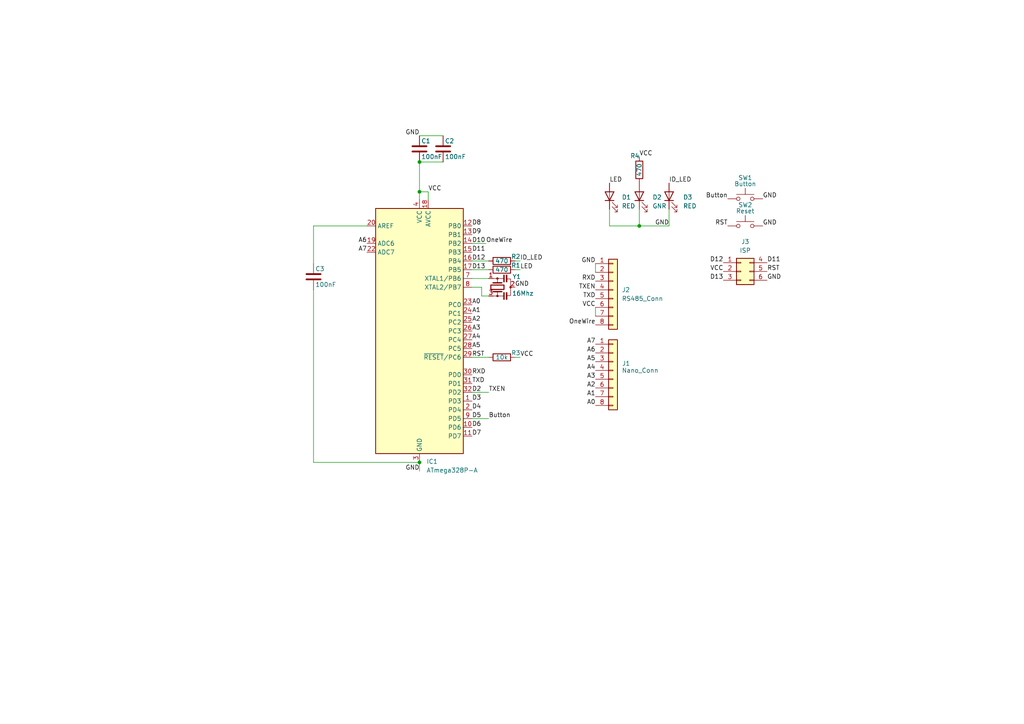
<source format=kicad_sch>
(kicad_sch (version 20211123) (generator eeschema)

  (uuid 8aefb91e-ae9b-404f-b64d-2383118e81e8)

  (paper "A4")

  (lib_symbols
    (symbol "Connector_Generic:Conn_01x08" (pin_names (offset 1.016) hide) (in_bom yes) (on_board yes)
      (property "Reference" "J" (id 0) (at 0 10.16 0)
        (effects (font (size 1.27 1.27)))
      )
      (property "Value" "Conn_01x08" (id 1) (at 0 -12.7 0)
        (effects (font (size 1.27 1.27)))
      )
      (property "Footprint" "" (id 2) (at 0 0 0)
        (effects (font (size 1.27 1.27)) hide)
      )
      (property "Datasheet" "~" (id 3) (at 0 0 0)
        (effects (font (size 1.27 1.27)) hide)
      )
      (property "ki_keywords" "connector" (id 4) (at 0 0 0)
        (effects (font (size 1.27 1.27)) hide)
      )
      (property "ki_description" "Generic connector, single row, 01x08, script generated (kicad-library-utils/schlib/autogen/connector/)" (id 5) (at 0 0 0)
        (effects (font (size 1.27 1.27)) hide)
      )
      (property "ki_fp_filters" "Connector*:*_1x??_*" (id 6) (at 0 0 0)
        (effects (font (size 1.27 1.27)) hide)
      )
      (symbol "Conn_01x08_1_1"
        (rectangle (start -1.27 -10.033) (end 0 -10.287)
          (stroke (width 0.1524) (type default) (color 0 0 0 0))
          (fill (type none))
        )
        (rectangle (start -1.27 -7.493) (end 0 -7.747)
          (stroke (width 0.1524) (type default) (color 0 0 0 0))
          (fill (type none))
        )
        (rectangle (start -1.27 -4.953) (end 0 -5.207)
          (stroke (width 0.1524) (type default) (color 0 0 0 0))
          (fill (type none))
        )
        (rectangle (start -1.27 -2.413) (end 0 -2.667)
          (stroke (width 0.1524) (type default) (color 0 0 0 0))
          (fill (type none))
        )
        (rectangle (start -1.27 0.127) (end 0 -0.127)
          (stroke (width 0.1524) (type default) (color 0 0 0 0))
          (fill (type none))
        )
        (rectangle (start -1.27 2.667) (end 0 2.413)
          (stroke (width 0.1524) (type default) (color 0 0 0 0))
          (fill (type none))
        )
        (rectangle (start -1.27 5.207) (end 0 4.953)
          (stroke (width 0.1524) (type default) (color 0 0 0 0))
          (fill (type none))
        )
        (rectangle (start -1.27 7.747) (end 0 7.493)
          (stroke (width 0.1524) (type default) (color 0 0 0 0))
          (fill (type none))
        )
        (rectangle (start -1.27 8.89) (end 1.27 -11.43)
          (stroke (width 0.254) (type default) (color 0 0 0 0))
          (fill (type background))
        )
        (pin passive line (at -5.08 7.62 0) (length 3.81)
          (name "Pin_1" (effects (font (size 1.27 1.27))))
          (number "1" (effects (font (size 1.27 1.27))))
        )
        (pin passive line (at -5.08 5.08 0) (length 3.81)
          (name "Pin_2" (effects (font (size 1.27 1.27))))
          (number "2" (effects (font (size 1.27 1.27))))
        )
        (pin passive line (at -5.08 2.54 0) (length 3.81)
          (name "Pin_3" (effects (font (size 1.27 1.27))))
          (number "3" (effects (font (size 1.27 1.27))))
        )
        (pin passive line (at -5.08 0 0) (length 3.81)
          (name "Pin_4" (effects (font (size 1.27 1.27))))
          (number "4" (effects (font (size 1.27 1.27))))
        )
        (pin passive line (at -5.08 -2.54 0) (length 3.81)
          (name "Pin_5" (effects (font (size 1.27 1.27))))
          (number "5" (effects (font (size 1.27 1.27))))
        )
        (pin passive line (at -5.08 -5.08 0) (length 3.81)
          (name "Pin_6" (effects (font (size 1.27 1.27))))
          (number "6" (effects (font (size 1.27 1.27))))
        )
        (pin passive line (at -5.08 -7.62 0) (length 3.81)
          (name "Pin_7" (effects (font (size 1.27 1.27))))
          (number "7" (effects (font (size 1.27 1.27))))
        )
        (pin passive line (at -5.08 -10.16 0) (length 3.81)
          (name "Pin_8" (effects (font (size 1.27 1.27))))
          (number "8" (effects (font (size 1.27 1.27))))
        )
      )
    )
    (symbol "Connector_Generic:Conn_02x03_Top_Bottom" (pin_names (offset 1.016) hide) (in_bom yes) (on_board yes)
      (property "Reference" "J" (id 0) (at 1.27 5.08 0)
        (effects (font (size 1.27 1.27)))
      )
      (property "Value" "Conn_02x03_Top_Bottom" (id 1) (at 1.27 -5.08 0)
        (effects (font (size 1.27 1.27)))
      )
      (property "Footprint" "" (id 2) (at 0 0 0)
        (effects (font (size 1.27 1.27)) hide)
      )
      (property "Datasheet" "~" (id 3) (at 0 0 0)
        (effects (font (size 1.27 1.27)) hide)
      )
      (property "ki_keywords" "connector" (id 4) (at 0 0 0)
        (effects (font (size 1.27 1.27)) hide)
      )
      (property "ki_description" "Generic connector, double row, 02x03, top/bottom pin numbering scheme (row 1: 1...pins_per_row, row2: pins_per_row+1 ... num_pins), script generated (kicad-library-utils/schlib/autogen/connector/)" (id 5) (at 0 0 0)
        (effects (font (size 1.27 1.27)) hide)
      )
      (property "ki_fp_filters" "Connector*:*_2x??_*" (id 6) (at 0 0 0)
        (effects (font (size 1.27 1.27)) hide)
      )
      (symbol "Conn_02x03_Top_Bottom_1_1"
        (rectangle (start -1.27 -2.413) (end 0 -2.667)
          (stroke (width 0.1524) (type default) (color 0 0 0 0))
          (fill (type none))
        )
        (rectangle (start -1.27 0.127) (end 0 -0.127)
          (stroke (width 0.1524) (type default) (color 0 0 0 0))
          (fill (type none))
        )
        (rectangle (start -1.27 2.667) (end 0 2.413)
          (stroke (width 0.1524) (type default) (color 0 0 0 0))
          (fill (type none))
        )
        (rectangle (start -1.27 3.81) (end 3.81 -3.81)
          (stroke (width 0.254) (type default) (color 0 0 0 0))
          (fill (type background))
        )
        (rectangle (start 3.81 -2.413) (end 2.54 -2.667)
          (stroke (width 0.1524) (type default) (color 0 0 0 0))
          (fill (type none))
        )
        (rectangle (start 3.81 0.127) (end 2.54 -0.127)
          (stroke (width 0.1524) (type default) (color 0 0 0 0))
          (fill (type none))
        )
        (rectangle (start 3.81 2.667) (end 2.54 2.413)
          (stroke (width 0.1524) (type default) (color 0 0 0 0))
          (fill (type none))
        )
        (pin passive line (at -5.08 2.54 0) (length 3.81)
          (name "Pin_1" (effects (font (size 1.27 1.27))))
          (number "1" (effects (font (size 1.27 1.27))))
        )
        (pin passive line (at -5.08 0 0) (length 3.81)
          (name "Pin_2" (effects (font (size 1.27 1.27))))
          (number "2" (effects (font (size 1.27 1.27))))
        )
        (pin passive line (at -5.08 -2.54 0) (length 3.81)
          (name "Pin_3" (effects (font (size 1.27 1.27))))
          (number "3" (effects (font (size 1.27 1.27))))
        )
        (pin passive line (at 7.62 2.54 180) (length 3.81)
          (name "Pin_4" (effects (font (size 1.27 1.27))))
          (number "4" (effects (font (size 1.27 1.27))))
        )
        (pin passive line (at 7.62 0 180) (length 3.81)
          (name "Pin_5" (effects (font (size 1.27 1.27))))
          (number "5" (effects (font (size 1.27 1.27))))
        )
        (pin passive line (at 7.62 -2.54 180) (length 3.81)
          (name "Pin_6" (effects (font (size 1.27 1.27))))
          (number "6" (effects (font (size 1.27 1.27))))
        )
      )
    )
    (symbol "Device:C" (pin_numbers hide) (pin_names (offset 0.254)) (in_bom yes) (on_board yes)
      (property "Reference" "C" (id 0) (at 0.635 2.54 0)
        (effects (font (size 1.27 1.27)) (justify left))
      )
      (property "Value" "C" (id 1) (at 0.635 -2.54 0)
        (effects (font (size 1.27 1.27)) (justify left))
      )
      (property "Footprint" "" (id 2) (at 0.9652 -3.81 0)
        (effects (font (size 1.27 1.27)) hide)
      )
      (property "Datasheet" "~" (id 3) (at 0 0 0)
        (effects (font (size 1.27 1.27)) hide)
      )
      (property "ki_keywords" "cap capacitor" (id 4) (at 0 0 0)
        (effects (font (size 1.27 1.27)) hide)
      )
      (property "ki_description" "Unpolarized capacitor" (id 5) (at 0 0 0)
        (effects (font (size 1.27 1.27)) hide)
      )
      (property "ki_fp_filters" "C_*" (id 6) (at 0 0 0)
        (effects (font (size 1.27 1.27)) hide)
      )
      (symbol "C_0_1"
        (polyline
          (pts
            (xy -2.032 -0.762)
            (xy 2.032 -0.762)
          )
          (stroke (width 0.508) (type default) (color 0 0 0 0))
          (fill (type none))
        )
        (polyline
          (pts
            (xy -2.032 0.762)
            (xy 2.032 0.762)
          )
          (stroke (width 0.508) (type default) (color 0 0 0 0))
          (fill (type none))
        )
      )
      (symbol "C_1_1"
        (pin passive line (at 0 3.81 270) (length 2.794)
          (name "~" (effects (font (size 1.27 1.27))))
          (number "1" (effects (font (size 1.27 1.27))))
        )
        (pin passive line (at 0 -3.81 90) (length 2.794)
          (name "~" (effects (font (size 1.27 1.27))))
          (number "2" (effects (font (size 1.27 1.27))))
        )
      )
    )
    (symbol "Device:LED" (pin_numbers hide) (pin_names (offset 1.016) hide) (in_bom yes) (on_board yes)
      (property "Reference" "D" (id 0) (at 0 2.54 0)
        (effects (font (size 1.27 1.27)))
      )
      (property "Value" "LED" (id 1) (at 0 -2.54 0)
        (effects (font (size 1.27 1.27)))
      )
      (property "Footprint" "" (id 2) (at 0 0 0)
        (effects (font (size 1.27 1.27)) hide)
      )
      (property "Datasheet" "~" (id 3) (at 0 0 0)
        (effects (font (size 1.27 1.27)) hide)
      )
      (property "ki_keywords" "LED diode" (id 4) (at 0 0 0)
        (effects (font (size 1.27 1.27)) hide)
      )
      (property "ki_description" "Light emitting diode" (id 5) (at 0 0 0)
        (effects (font (size 1.27 1.27)) hide)
      )
      (property "ki_fp_filters" "LED* LED_SMD:* LED_THT:*" (id 6) (at 0 0 0)
        (effects (font (size 1.27 1.27)) hide)
      )
      (symbol "LED_0_1"
        (polyline
          (pts
            (xy -1.27 -1.27)
            (xy -1.27 1.27)
          )
          (stroke (width 0.254) (type default) (color 0 0 0 0))
          (fill (type none))
        )
        (polyline
          (pts
            (xy -1.27 0)
            (xy 1.27 0)
          )
          (stroke (width 0) (type default) (color 0 0 0 0))
          (fill (type none))
        )
        (polyline
          (pts
            (xy 1.27 -1.27)
            (xy 1.27 1.27)
            (xy -1.27 0)
            (xy 1.27 -1.27)
          )
          (stroke (width 0.254) (type default) (color 0 0 0 0))
          (fill (type none))
        )
        (polyline
          (pts
            (xy -3.048 -0.762)
            (xy -4.572 -2.286)
            (xy -3.81 -2.286)
            (xy -4.572 -2.286)
            (xy -4.572 -1.524)
          )
          (stroke (width 0) (type default) (color 0 0 0 0))
          (fill (type none))
        )
        (polyline
          (pts
            (xy -1.778 -0.762)
            (xy -3.302 -2.286)
            (xy -2.54 -2.286)
            (xy -3.302 -2.286)
            (xy -3.302 -1.524)
          )
          (stroke (width 0) (type default) (color 0 0 0 0))
          (fill (type none))
        )
      )
      (symbol "LED_1_1"
        (pin passive line (at -3.81 0 0) (length 2.54)
          (name "K" (effects (font (size 1.27 1.27))))
          (number "1" (effects (font (size 1.27 1.27))))
        )
        (pin passive line (at 3.81 0 180) (length 2.54)
          (name "A" (effects (font (size 1.27 1.27))))
          (number "2" (effects (font (size 1.27 1.27))))
        )
      )
    )
    (symbol "Device:R" (pin_numbers hide) (pin_names (offset 0)) (in_bom yes) (on_board yes)
      (property "Reference" "R" (id 0) (at 2.032 0 90)
        (effects (font (size 1.27 1.27)))
      )
      (property "Value" "R" (id 1) (at 0 0 90)
        (effects (font (size 1.27 1.27)))
      )
      (property "Footprint" "" (id 2) (at -1.778 0 90)
        (effects (font (size 1.27 1.27)) hide)
      )
      (property "Datasheet" "~" (id 3) (at 0 0 0)
        (effects (font (size 1.27 1.27)) hide)
      )
      (property "ki_keywords" "R res resistor" (id 4) (at 0 0 0)
        (effects (font (size 1.27 1.27)) hide)
      )
      (property "ki_description" "Resistor" (id 5) (at 0 0 0)
        (effects (font (size 1.27 1.27)) hide)
      )
      (property "ki_fp_filters" "R_*" (id 6) (at 0 0 0)
        (effects (font (size 1.27 1.27)) hide)
      )
      (symbol "R_0_1"
        (rectangle (start -1.016 -2.54) (end 1.016 2.54)
          (stroke (width 0.254) (type default) (color 0 0 0 0))
          (fill (type none))
        )
      )
      (symbol "R_1_1"
        (pin passive line (at 0 3.81 270) (length 1.27)
          (name "~" (effects (font (size 1.27 1.27))))
          (number "1" (effects (font (size 1.27 1.27))))
        )
        (pin passive line (at 0 -3.81 90) (length 1.27)
          (name "~" (effects (font (size 1.27 1.27))))
          (number "2" (effects (font (size 1.27 1.27))))
        )
      )
    )
    (symbol "Device:Resonator_Small" (pin_names (offset 1.016) hide) (in_bom yes) (on_board yes)
      (property "Reference" "Y" (id 0) (at 3.175 1.905 0)
        (effects (font (size 1.27 1.27)) (justify left))
      )
      (property "Value" "Resonator_Small" (id 1) (at 3.175 0 0)
        (effects (font (size 1.27 1.27)) (justify left))
      )
      (property "Footprint" "" (id 2) (at -0.635 0 0)
        (effects (font (size 1.27 1.27)) hide)
      )
      (property "Datasheet" "~" (id 3) (at -0.635 0 0)
        (effects (font (size 1.27 1.27)) hide)
      )
      (property "ki_keywords" "ceramic resonator" (id 4) (at 0 0 0)
        (effects (font (size 1.27 1.27)) hide)
      )
      (property "ki_description" "Three pin ceramic resonator, small symbol" (id 5) (at 0 0 0)
        (effects (font (size 1.27 1.27)) hide)
      )
      (property "ki_fp_filters" "Filter* Resonator*" (id 6) (at 0 0 0)
        (effects (font (size 1.27 1.27)) hide)
      )
      (symbol "Resonator_Small_0_1"
        (rectangle (start -3.556 -2.54) (end -1.524 -2.794)
          (stroke (width 0) (type default) (color 0 0 0 0))
          (fill (type outline))
        )
        (rectangle (start -3.556 -1.778) (end -1.524 -2.032)
          (stroke (width 0) (type default) (color 0 0 0 0))
          (fill (type outline))
        )
        (circle (center -2.54 0) (radius 0.254)
          (stroke (width 0) (type default) (color 0 0 0 0))
          (fill (type outline))
        )
        (rectangle (start -0.635 1.905) (end 0.635 -1.905)
          (stroke (width 0.3048) (type default) (color 0 0 0 0))
          (fill (type none))
        )
        (circle (center 0 -3.81) (radius 0.254)
          (stroke (width 0) (type default) (color 0 0 0 0))
          (fill (type outline))
        )
        (polyline
          (pts
            (xy -2.54 -1.778)
            (xy -2.54 0)
          )
          (stroke (width 0) (type default) (color 0 0 0 0))
          (fill (type none))
        )
        (polyline
          (pts
            (xy -2.54 0)
            (xy -1.397 0)
          )
          (stroke (width 0) (type default) (color 0 0 0 0))
          (fill (type none))
        )
        (polyline
          (pts
            (xy -2.54 1.27)
            (xy -2.54 0)
          )
          (stroke (width 0) (type default) (color 0 0 0 0))
          (fill (type none))
        )
        (polyline
          (pts
            (xy -1.27 -1.27)
            (xy -1.27 1.27)
          )
          (stroke (width 0.381) (type default) (color 0 0 0 0))
          (fill (type none))
        )
        (polyline
          (pts
            (xy 1.27 -1.27)
            (xy 1.27 1.27)
          )
          (stroke (width 0.381) (type default) (color 0 0 0 0))
          (fill (type none))
        )
        (polyline
          (pts
            (xy 1.27 0)
            (xy 2.54 0)
          )
          (stroke (width 0) (type default) (color 0 0 0 0))
          (fill (type none))
        )
        (polyline
          (pts
            (xy 2.54 0)
            (xy 2.54 -1.778)
          )
          (stroke (width 0) (type default) (color 0 0 0 0))
          (fill (type none))
        )
        (polyline
          (pts
            (xy 2.54 1.27)
            (xy 2.54 0)
          )
          (stroke (width 0) (type default) (color 0 0 0 0))
          (fill (type none))
        )
        (polyline
          (pts
            (xy 2.413 -2.794)
            (xy 2.413 -3.81)
            (xy -2.413 -3.81)
            (xy -2.413 -2.667)
          )
          (stroke (width 0) (type default) (color 0 0 0 0))
          (fill (type none))
        )
        (rectangle (start 1.524 -2.54) (end 3.556 -2.794)
          (stroke (width 0) (type default) (color 0 0 0 0))
          (fill (type outline))
        )
        (rectangle (start 1.524 -1.778) (end 3.556 -2.032)
          (stroke (width 0) (type default) (color 0 0 0 0))
          (fill (type outline))
        )
        (circle (center 2.54 0) (radius 0.254)
          (stroke (width 0) (type default) (color 0 0 0 0))
          (fill (type outline))
        )
      )
      (symbol "Resonator_Small_1_1"
        (pin passive line (at -2.54 2.54 270) (length 1.27)
          (name "1" (effects (font (size 1.27 1.27))))
          (number "1" (effects (font (size 1.27 1.27))))
        )
        (pin passive line (at 0 -5.08 90) (length 1.27)
          (name "2" (effects (font (size 1.27 1.27))))
          (number "2" (effects (font (size 1.27 1.27))))
        )
        (pin passive line (at 2.54 2.54 270) (length 1.27)
          (name "3" (effects (font (size 1.27 1.27))))
          (number "3" (effects (font (size 1.27 1.27))))
        )
      )
    )
    (symbol "MCU_Microchip_ATmega:ATmega328P-A" (in_bom yes) (on_board yes)
      (property "Reference" "U" (id 0) (at -12.7 36.83 0)
        (effects (font (size 1.27 1.27)) (justify left bottom))
      )
      (property "Value" "ATmega328P-A" (id 1) (at 2.54 -36.83 0)
        (effects (font (size 1.27 1.27)) (justify left top))
      )
      (property "Footprint" "Package_QFP:TQFP-32_7x7mm_P0.8mm" (id 2) (at 0 0 0)
        (effects (font (size 1.27 1.27) italic) hide)
      )
      (property "Datasheet" "http://ww1.microchip.com/downloads/en/DeviceDoc/ATmega328_P%20AVR%20MCU%20with%20picoPower%20Technology%20Data%20Sheet%2040001984A.pdf" (id 3) (at 0 0 0)
        (effects (font (size 1.27 1.27)) hide)
      )
      (property "ki_keywords" "AVR 8bit Microcontroller MegaAVR PicoPower" (id 4) (at 0 0 0)
        (effects (font (size 1.27 1.27)) hide)
      )
      (property "ki_description" "20MHz, 32kB Flash, 2kB SRAM, 1kB EEPROM, TQFP-32" (id 5) (at 0 0 0)
        (effects (font (size 1.27 1.27)) hide)
      )
      (property "ki_fp_filters" "TQFP*7x7mm*P0.8mm*" (id 6) (at 0 0 0)
        (effects (font (size 1.27 1.27)) hide)
      )
      (symbol "ATmega328P-A_0_1"
        (rectangle (start -12.7 -35.56) (end 12.7 35.56)
          (stroke (width 0.254) (type default) (color 0 0 0 0))
          (fill (type background))
        )
      )
      (symbol "ATmega328P-A_1_1"
        (pin bidirectional line (at 15.24 -20.32 180) (length 2.54)
          (name "PD3" (effects (font (size 1.27 1.27))))
          (number "1" (effects (font (size 1.27 1.27))))
        )
        (pin bidirectional line (at 15.24 -27.94 180) (length 2.54)
          (name "PD6" (effects (font (size 1.27 1.27))))
          (number "10" (effects (font (size 1.27 1.27))))
        )
        (pin bidirectional line (at 15.24 -30.48 180) (length 2.54)
          (name "PD7" (effects (font (size 1.27 1.27))))
          (number "11" (effects (font (size 1.27 1.27))))
        )
        (pin bidirectional line (at 15.24 30.48 180) (length 2.54)
          (name "PB0" (effects (font (size 1.27 1.27))))
          (number "12" (effects (font (size 1.27 1.27))))
        )
        (pin bidirectional line (at 15.24 27.94 180) (length 2.54)
          (name "PB1" (effects (font (size 1.27 1.27))))
          (number "13" (effects (font (size 1.27 1.27))))
        )
        (pin bidirectional line (at 15.24 25.4 180) (length 2.54)
          (name "PB2" (effects (font (size 1.27 1.27))))
          (number "14" (effects (font (size 1.27 1.27))))
        )
        (pin bidirectional line (at 15.24 22.86 180) (length 2.54)
          (name "PB3" (effects (font (size 1.27 1.27))))
          (number "15" (effects (font (size 1.27 1.27))))
        )
        (pin bidirectional line (at 15.24 20.32 180) (length 2.54)
          (name "PB4" (effects (font (size 1.27 1.27))))
          (number "16" (effects (font (size 1.27 1.27))))
        )
        (pin bidirectional line (at 15.24 17.78 180) (length 2.54)
          (name "PB5" (effects (font (size 1.27 1.27))))
          (number "17" (effects (font (size 1.27 1.27))))
        )
        (pin power_in line (at 2.54 38.1 270) (length 2.54)
          (name "AVCC" (effects (font (size 1.27 1.27))))
          (number "18" (effects (font (size 1.27 1.27))))
        )
        (pin input line (at -15.24 25.4 0) (length 2.54)
          (name "ADC6" (effects (font (size 1.27 1.27))))
          (number "19" (effects (font (size 1.27 1.27))))
        )
        (pin bidirectional line (at 15.24 -22.86 180) (length 2.54)
          (name "PD4" (effects (font (size 1.27 1.27))))
          (number "2" (effects (font (size 1.27 1.27))))
        )
        (pin passive line (at -15.24 30.48 0) (length 2.54)
          (name "AREF" (effects (font (size 1.27 1.27))))
          (number "20" (effects (font (size 1.27 1.27))))
        )
        (pin passive line (at 0 -38.1 90) (length 2.54) hide
          (name "GND" (effects (font (size 1.27 1.27))))
          (number "21" (effects (font (size 1.27 1.27))))
        )
        (pin input line (at -15.24 22.86 0) (length 2.54)
          (name "ADC7" (effects (font (size 1.27 1.27))))
          (number "22" (effects (font (size 1.27 1.27))))
        )
        (pin bidirectional line (at 15.24 7.62 180) (length 2.54)
          (name "PC0" (effects (font (size 1.27 1.27))))
          (number "23" (effects (font (size 1.27 1.27))))
        )
        (pin bidirectional line (at 15.24 5.08 180) (length 2.54)
          (name "PC1" (effects (font (size 1.27 1.27))))
          (number "24" (effects (font (size 1.27 1.27))))
        )
        (pin bidirectional line (at 15.24 2.54 180) (length 2.54)
          (name "PC2" (effects (font (size 1.27 1.27))))
          (number "25" (effects (font (size 1.27 1.27))))
        )
        (pin bidirectional line (at 15.24 0 180) (length 2.54)
          (name "PC3" (effects (font (size 1.27 1.27))))
          (number "26" (effects (font (size 1.27 1.27))))
        )
        (pin bidirectional line (at 15.24 -2.54 180) (length 2.54)
          (name "PC4" (effects (font (size 1.27 1.27))))
          (number "27" (effects (font (size 1.27 1.27))))
        )
        (pin bidirectional line (at 15.24 -5.08 180) (length 2.54)
          (name "PC5" (effects (font (size 1.27 1.27))))
          (number "28" (effects (font (size 1.27 1.27))))
        )
        (pin bidirectional line (at 15.24 -7.62 180) (length 2.54)
          (name "~{RESET}/PC6" (effects (font (size 1.27 1.27))))
          (number "29" (effects (font (size 1.27 1.27))))
        )
        (pin power_in line (at 0 -38.1 90) (length 2.54)
          (name "GND" (effects (font (size 1.27 1.27))))
          (number "3" (effects (font (size 1.27 1.27))))
        )
        (pin bidirectional line (at 15.24 -12.7 180) (length 2.54)
          (name "PD0" (effects (font (size 1.27 1.27))))
          (number "30" (effects (font (size 1.27 1.27))))
        )
        (pin bidirectional line (at 15.24 -15.24 180) (length 2.54)
          (name "PD1" (effects (font (size 1.27 1.27))))
          (number "31" (effects (font (size 1.27 1.27))))
        )
        (pin bidirectional line (at 15.24 -17.78 180) (length 2.54)
          (name "PD2" (effects (font (size 1.27 1.27))))
          (number "32" (effects (font (size 1.27 1.27))))
        )
        (pin power_in line (at 0 38.1 270) (length 2.54)
          (name "VCC" (effects (font (size 1.27 1.27))))
          (number "4" (effects (font (size 1.27 1.27))))
        )
        (pin passive line (at 0 -38.1 90) (length 2.54) hide
          (name "GND" (effects (font (size 1.27 1.27))))
          (number "5" (effects (font (size 1.27 1.27))))
        )
        (pin passive line (at 0 38.1 270) (length 2.54) hide
          (name "VCC" (effects (font (size 1.27 1.27))))
          (number "6" (effects (font (size 1.27 1.27))))
        )
        (pin bidirectional line (at 15.24 15.24 180) (length 2.54)
          (name "XTAL1/PB6" (effects (font (size 1.27 1.27))))
          (number "7" (effects (font (size 1.27 1.27))))
        )
        (pin bidirectional line (at 15.24 12.7 180) (length 2.54)
          (name "XTAL2/PB7" (effects (font (size 1.27 1.27))))
          (number "8" (effects (font (size 1.27 1.27))))
        )
        (pin bidirectional line (at 15.24 -25.4 180) (length 2.54)
          (name "PD5" (effects (font (size 1.27 1.27))))
          (number "9" (effects (font (size 1.27 1.27))))
        )
      )
    )
    (symbol "Switch:SW_Push" (pin_numbers hide) (pin_names (offset 1.016) hide) (in_bom yes) (on_board yes)
      (property "Reference" "SW" (id 0) (at 1.27 2.54 0)
        (effects (font (size 1.27 1.27)) (justify left))
      )
      (property "Value" "SW_Push" (id 1) (at 0 -1.524 0)
        (effects (font (size 1.27 1.27)))
      )
      (property "Footprint" "" (id 2) (at 0 5.08 0)
        (effects (font (size 1.27 1.27)) hide)
      )
      (property "Datasheet" "~" (id 3) (at 0 5.08 0)
        (effects (font (size 1.27 1.27)) hide)
      )
      (property "ki_keywords" "switch normally-open pushbutton push-button" (id 4) (at 0 0 0)
        (effects (font (size 1.27 1.27)) hide)
      )
      (property "ki_description" "Push button switch, generic, two pins" (id 5) (at 0 0 0)
        (effects (font (size 1.27 1.27)) hide)
      )
      (symbol "SW_Push_0_1"
        (circle (center -2.032 0) (radius 0.508)
          (stroke (width 0) (type default) (color 0 0 0 0))
          (fill (type none))
        )
        (polyline
          (pts
            (xy 0 1.27)
            (xy 0 3.048)
          )
          (stroke (width 0) (type default) (color 0 0 0 0))
          (fill (type none))
        )
        (polyline
          (pts
            (xy 2.54 1.27)
            (xy -2.54 1.27)
          )
          (stroke (width 0) (type default) (color 0 0 0 0))
          (fill (type none))
        )
        (circle (center 2.032 0) (radius 0.508)
          (stroke (width 0) (type default) (color 0 0 0 0))
          (fill (type none))
        )
        (pin passive line (at -5.08 0 0) (length 2.54)
          (name "1" (effects (font (size 1.27 1.27))))
          (number "1" (effects (font (size 1.27 1.27))))
        )
        (pin passive line (at 5.08 0 180) (length 2.54)
          (name "2" (effects (font (size 1.27 1.27))))
          (number "2" (effects (font (size 1.27 1.27))))
        )
      )
    )
  )

  (junction (at 121.666 46.99) (diameter 0) (color 0 0 0 0)
    (uuid 0537f699-792c-47da-83a8-4e0261b1c0aa)
  )
  (junction (at 121.666 134.112) (diameter 0) (color 0 0 0 0)
    (uuid 409b46bd-0d4d-4909-a466-7925064ab1b8)
  )
  (junction (at 121.666 55.626) (diameter 0) (color 0 0 0 0)
    (uuid b3ad62c6-9faa-477d-8742-0a0198f63b65)
  )
  (junction (at 185.42 65.532) (diameter 0) (color 0 0 0 0)
    (uuid bdc0a80a-aee7-4272-b83a-4ae52d74e9aa)
  )

  (wire (pts (xy 124.206 57.912) (xy 124.206 55.626))
    (stroke (width 0) (type default) (color 0 0 0 0))
    (uuid 03a7b0cd-e64d-44ed-828b-30dbe549168a)
  )
  (wire (pts (xy 141.732 75.692) (xy 136.906 75.692))
    (stroke (width 0) (type default) (color 0 0 0 0))
    (uuid 07de077f-8bab-4ca3-a30f-c7c076471d69)
  )
  (wire (pts (xy 136.906 83.312) (xy 139.7 83.312))
    (stroke (width 0) (type default) (color 0 0 0 0))
    (uuid 0a4c3d89-22d9-4ce0-9611-3b1df0a5e074)
  )
  (wire (pts (xy 185.42 60.706) (xy 185.42 65.532))
    (stroke (width 0) (type default) (color 0 0 0 0))
    (uuid 0afa8dbd-80f8-4552-b670-0c4c6691cce1)
  )
  (wire (pts (xy 106.426 65.532) (xy 90.932 65.532))
    (stroke (width 0) (type default) (color 0 0 0 0))
    (uuid 16a5e586-bba1-400f-ad40-cf3bbcd0a738)
  )
  (wire (pts (xy 124.206 55.626) (xy 121.666 55.626))
    (stroke (width 0) (type default) (color 0 0 0 0))
    (uuid 1d96ac55-fe15-455c-af54-26b6a965f0e6)
  )
  (wire (pts (xy 185.42 65.532) (xy 194.056 65.532))
    (stroke (width 0) (type default) (color 0 0 0 0))
    (uuid 41342db3-1517-41c4-afa4-4bbaf26e8b75)
  )
  (wire (pts (xy 150.876 75.692) (xy 149.352 75.692))
    (stroke (width 0) (type default) (color 0 0 0 0))
    (uuid 423c8d3d-6d6a-4f21-a0e7-ddb12ea5fb6d)
  )
  (wire (pts (xy 172.72 76.454) (xy 172.72 78.994))
    (stroke (width 0) (type default) (color 0 0 0 0))
    (uuid 46448810-83eb-4aee-99ee-0ef8d875624f)
  )
  (wire (pts (xy 150.876 78.232) (xy 149.352 78.232))
    (stroke (width 0) (type default) (color 0 0 0 0))
    (uuid 489b95da-741c-4ee8-9204-1b6da04f1c1d)
  )
  (wire (pts (xy 150.876 103.632) (xy 149.352 103.632))
    (stroke (width 0) (type default) (color 0 0 0 0))
    (uuid 58e72fd7-ed24-42b3-ad0b-b7dbd2f143b6)
  )
  (wire (pts (xy 194.056 60.706) (xy 194.056 65.532))
    (stroke (width 0) (type default) (color 0 0 0 0))
    (uuid 5a7144b3-e1da-4475-8f89-df291d78940d)
  )
  (wire (pts (xy 141.732 103.632) (xy 136.906 103.632))
    (stroke (width 0) (type default) (color 0 0 0 0))
    (uuid 5d95f9c6-bae4-4f20-8bf2-aaadadc5ac2c)
  )
  (wire (pts (xy 121.666 46.99) (xy 128.524 46.99))
    (stroke (width 0) (type default) (color 0 0 0 0))
    (uuid 5ed275ed-0f93-41c3-a27e-ff1db5d659f3)
  )
  (wire (pts (xy 176.784 65.532) (xy 185.42 65.532))
    (stroke (width 0) (type default) (color 0 0 0 0))
    (uuid 6c1d4905-260a-4bc7-be53-12aeff0a6895)
  )
  (wire (pts (xy 90.932 84.074) (xy 90.932 134.112))
    (stroke (width 0) (type default) (color 0 0 0 0))
    (uuid 73ea78cf-8d84-468e-932d-72802bfc8246)
  )
  (wire (pts (xy 139.7 85.852) (xy 141.732 85.852))
    (stroke (width 0) (type default) (color 0 0 0 0))
    (uuid 78667fe3-9579-4bab-b3f3-03d1eb08245d)
  )
  (wire (pts (xy 140.97 70.612) (xy 136.906 70.612))
    (stroke (width 0) (type default) (color 0 0 0 0))
    (uuid 7c516125-34c2-4d4f-a555-e764d8525ffa)
  )
  (wire (pts (xy 141.732 80.772) (xy 136.906 80.772))
    (stroke (width 0) (type default) (color 0 0 0 0))
    (uuid 843de435-d75e-4d29-9d27-c1470a4ace2b)
  )
  (wire (pts (xy 172.72 89.154) (xy 172.72 91.694))
    (stroke (width 0) (type default) (color 0 0 0 0))
    (uuid 9194e9ac-5805-491c-8757-222005de779c)
  )
  (wire (pts (xy 141.732 113.792) (xy 136.906 113.792))
    (stroke (width 0) (type default) (color 0 0 0 0))
    (uuid a762f955-0e7f-4d3b-ab2c-2071243aa0de)
  )
  (wire (pts (xy 136.906 121.412) (xy 141.732 121.412))
    (stroke (width 0) (type default) (color 0 0 0 0))
    (uuid a8d3fd23-6102-4ce6-b0a8-75ea533442e3)
  )
  (wire (pts (xy 90.932 134.112) (xy 121.666 134.112))
    (stroke (width 0) (type default) (color 0 0 0 0))
    (uuid b5273163-34b5-4a27-9db9-15ed1f6fc7a6)
  )
  (wire (pts (xy 141.732 78.232) (xy 136.906 78.232))
    (stroke (width 0) (type default) (color 0 0 0 0))
    (uuid bdab6949-b2fc-4b57-9f44-08742c162112)
  )
  (wire (pts (xy 176.784 60.706) (xy 176.784 65.532))
    (stroke (width 0) (type default) (color 0 0 0 0))
    (uuid c6573c4d-13ff-4ff2-9539-b5de2afa3fec)
  )
  (wire (pts (xy 121.666 55.626) (xy 121.666 57.912))
    (stroke (width 0) (type default) (color 0 0 0 0))
    (uuid c6e3988f-3f26-435c-90f7-da5389000a4f)
  )
  (wire (pts (xy 121.666 46.99) (xy 121.666 55.626))
    (stroke (width 0) (type default) (color 0 0 0 0))
    (uuid c90fbac5-40c7-474d-9c87-f6943e15cbd5)
  )
  (wire (pts (xy 139.7 83.312) (xy 139.7 85.852))
    (stroke (width 0) (type default) (color 0 0 0 0))
    (uuid cb60896f-d76b-4391-ac57-1ff5d6605183)
  )
  (wire (pts (xy 90.932 65.532) (xy 90.932 76.454))
    (stroke (width 0) (type default) (color 0 0 0 0))
    (uuid db6ae22d-2d43-4675-9caf-a0681f38f4b6)
  )
  (wire (pts (xy 121.666 39.37) (xy 128.524 39.37))
    (stroke (width 0) (type default) (color 0 0 0 0))
    (uuid e906f985-ba35-4495-a381-eff62cbd22cf)
  )
  (wire (pts (xy 121.666 134.112) (xy 121.666 136.652))
    (stroke (width 0) (type default) (color 0 0 0 0))
    (uuid f473203e-807f-4350-8e5d-8ddfc69faa1b)
  )

  (label "VCC" (at 150.876 103.632 0)
    (effects (font (size 1.27 1.27)) (justify left bottom))
    (uuid 04969e24-a1a5-4ffd-ac9c-07c2977e7959)
  )
  (label "RST" (at 136.906 103.632 0)
    (effects (font (size 1.27 1.27)) (justify left bottom))
    (uuid 12f53aae-71ae-4dc5-bee7-8c2b7342b526)
  )
  (label "VCC" (at 185.42 45.466 0)
    (effects (font (size 1.27 1.27)) (justify left bottom))
    (uuid 171fdec8-f624-459a-ba5e-c7a3dcbbe6e9)
  )
  (label "LED" (at 150.876 78.232 0)
    (effects (font (size 1.27 1.27)) (justify left bottom))
    (uuid 1c7f2743-6ea1-458b-ba56-12bb92e1c203)
  )
  (label "A3" (at 172.72 109.982 180)
    (effects (font (size 1.27 1.27)) (justify right bottom))
    (uuid 1ed06019-f740-4c1e-b1ce-c82dcdd90110)
  )
  (label "D12" (at 136.906 75.692 0)
    (effects (font (size 1.27 1.27)) (justify left bottom))
    (uuid 2121ff3f-7e4f-46e4-ad0e-10bdcf4678c0)
  )
  (label "VCC" (at 209.804 78.74 180)
    (effects (font (size 1.27 1.27)) (justify right bottom))
    (uuid 267eaa0e-4233-4d6c-889c-ffae4ca1fc3d)
  )
  (label "GND" (at 194.056 65.532 180)
    (effects (font (size 1.27 1.27)) (justify right bottom))
    (uuid 315a887a-ed0a-4e13-b2dd-11ccfd18d36a)
  )
  (label "A1" (at 136.906 90.932 0)
    (effects (font (size 1.27 1.27)) (justify left bottom))
    (uuid 341a7ffd-56a7-4421-8eaf-990a44f61a69)
  )
  (label "A4" (at 172.72 107.442 180)
    (effects (font (size 1.27 1.27)) (justify right bottom))
    (uuid 361b7f74-60cf-4b64-be89-38c8ce17a054)
  )
  (label "OneWire" (at 140.97 70.612 0)
    (effects (font (size 1.27 1.27)) (justify left bottom))
    (uuid 38906f73-37f8-430e-9884-5aa468c36867)
  )
  (label "A2" (at 172.72 112.522 180)
    (effects (font (size 1.27 1.27)) (justify right bottom))
    (uuid 389e9197-8507-4a57-be61-a6a8bfa0b2de)
  )
  (label "D13" (at 209.804 81.28 180)
    (effects (font (size 1.27 1.27)) (justify right bottom))
    (uuid 3bea4661-ab4d-4d93-9047-50e1c64c3fca)
  )
  (label "OneWire" (at 172.72 94.234 180)
    (effects (font (size 1.27 1.27)) (justify right bottom))
    (uuid 3e793cf2-1846-4791-a7eb-28e3d73ad99f)
  )
  (label "D9" (at 136.906 68.072 0)
    (effects (font (size 1.27 1.27)) (justify left bottom))
    (uuid 411aef20-45f5-4a12-9dcc-9dcd4fb598f9)
  )
  (label "LED" (at 176.784 53.086 0)
    (effects (font (size 1.27 1.27)) (justify left bottom))
    (uuid 47dda1fb-fe75-4348-9826-b345a5e642d8)
  )
  (label "GND" (at 221.234 57.658 0)
    (effects (font (size 1.27 1.27)) (justify left bottom))
    (uuid 47f7e4b3-8427-4cbc-9ef3-9eee27609ee5)
  )
  (label "D5" (at 136.906 121.412 0)
    (effects (font (size 1.27 1.27)) (justify left bottom))
    (uuid 4e04ea76-f9a7-4464-882b-c9d86afd0203)
  )
  (label "D12" (at 209.804 76.2 180)
    (effects (font (size 1.27 1.27)) (justify right bottom))
    (uuid 548e53a0-9d77-45dd-aaa2-ec7d6d684f23)
  )
  (label "TXD" (at 172.72 86.614 180)
    (effects (font (size 1.27 1.27)) (justify right bottom))
    (uuid 5aefe163-8a6d-44e3-8f68-6eb8d0f04563)
  )
  (label "D11" (at 136.906 73.152 0)
    (effects (font (size 1.27 1.27)) (justify left bottom))
    (uuid 5d1e5a9c-6787-4ca3-af03-2c361c207a02)
  )
  (label "TXEN" (at 141.732 113.792 0)
    (effects (font (size 1.27 1.27)) (justify left bottom))
    (uuid 5ee0b7d1-7659-4f07-9dce-e5eb8343a6e1)
  )
  (label "A5" (at 172.72 104.902 180)
    (effects (font (size 1.27 1.27)) (justify right bottom))
    (uuid 644da1ee-1ff5-4bd9-aa9a-b83bd7fb31ed)
  )
  (label "Button" (at 141.732 121.412 0)
    (effects (font (size 1.27 1.27)) (justify left bottom))
    (uuid 665b1f0c-287a-47bb-a3e7-d02465645481)
  )
  (label "D13" (at 136.906 78.232 0)
    (effects (font (size 1.27 1.27)) (justify left bottom))
    (uuid 6748cf83-454f-491b-9fd8-f718abb41b1a)
  )
  (label "A1" (at 172.72 115.062 180)
    (effects (font (size 1.27 1.27)) (justify right bottom))
    (uuid 7408cbf8-08e9-4a7f-a744-015ac847b8bb)
  )
  (label "D7" (at 136.906 126.492 0)
    (effects (font (size 1.27 1.27)) (justify left bottom))
    (uuid 74fb9eeb-3a92-4598-a285-47748dafd246)
  )
  (label "D11" (at 222.504 76.2 0)
    (effects (font (size 1.27 1.27)) (justify left bottom))
    (uuid 7629b8b8-5cfb-4361-8986-d4e6c785545a)
  )
  (label "A0" (at 136.906 88.392 0)
    (effects (font (size 1.27 1.27)) (justify left bottom))
    (uuid 769575f5-c03d-4fae-923a-e2fc3d1108e4)
  )
  (label "A7" (at 172.72 99.822 180)
    (effects (font (size 1.27 1.27)) (justify right bottom))
    (uuid 78cf5fb1-3ebb-48b8-8ad9-6fdb4ccad701)
  )
  (label "A3" (at 136.906 96.012 0)
    (effects (font (size 1.27 1.27)) (justify left bottom))
    (uuid 7a0d3cec-4804-47ec-9f68-aa6c9226329e)
  )
  (label "GND" (at 222.504 81.28 0)
    (effects (font (size 1.27 1.27)) (justify left bottom))
    (uuid 7b11b143-0cbe-4ffb-a847-b25754b7c58e)
  )
  (label "A4" (at 136.906 98.552 0)
    (effects (font (size 1.27 1.27)) (justify left bottom))
    (uuid 7c1499bd-6c46-498a-b6d4-b839e2f21b02)
  )
  (label "A6" (at 172.72 102.362 180)
    (effects (font (size 1.27 1.27)) (justify right bottom))
    (uuid 81c4a29d-1957-4f2f-a408-1cd997e4662d)
  )
  (label "RST" (at 211.074 65.532 180)
    (effects (font (size 1.27 1.27)) (justify right bottom))
    (uuid 8312b6ef-215b-4121-ba8e-8eb12eb415bb)
  )
  (label "A0" (at 172.72 117.602 180)
    (effects (font (size 1.27 1.27)) (justify right bottom))
    (uuid 8543af62-eab0-4eb0-86b0-67ecd6743e13)
  )
  (label "A5" (at 136.906 101.092 0)
    (effects (font (size 1.27 1.27)) (justify left bottom))
    (uuid 860afaf4-fbb0-4adb-8f46-9df740b6df54)
  )
  (label "A6" (at 106.426 70.612 180)
    (effects (font (size 1.27 1.27)) (justify right bottom))
    (uuid 89c60d2d-efce-49b5-9e84-5608619b3cbb)
  )
  (label "GND" (at 121.666 136.652 180)
    (effects (font (size 1.27 1.27)) (justify right bottom))
    (uuid 8f25592b-41f3-417c-8cd1-270cf72bc815)
  )
  (label "D2" (at 136.906 113.792 0)
    (effects (font (size 1.27 1.27)) (justify left bottom))
    (uuid 90de00a1-2900-4fe2-981e-9ca3e0893529)
  )
  (label "GND" (at 221.234 65.532 0)
    (effects (font (size 1.27 1.27)) (justify left bottom))
    (uuid 93d6ff36-c7ac-4c70-9113-2b8422bbf13d)
  )
  (label "D10" (at 136.906 70.612 0)
    (effects (font (size 1.27 1.27)) (justify left bottom))
    (uuid 9580175e-6b5d-47e1-89d8-3b23b8d1fcfe)
  )
  (label "A7" (at 106.426 73.152 180)
    (effects (font (size 1.27 1.27)) (justify right bottom))
    (uuid 95bbb4eb-4beb-4735-bd96-4be51c7f0289)
  )
  (label "GND" (at 149.352 83.312 0)
    (effects (font (size 1.27 1.27)) (justify left bottom))
    (uuid 96c8084e-fdbe-4509-9c39-101ddb49b1b7)
  )
  (label "A2" (at 136.906 93.472 0)
    (effects (font (size 1.27 1.27)) (justify left bottom))
    (uuid 9a33afce-709d-4e74-985d-8f4f98d3cb66)
  )
  (label "RXD" (at 172.72 81.534 180)
    (effects (font (size 1.27 1.27)) (justify right bottom))
    (uuid a028fce5-d007-4d67-a8ac-0cd3e897ddc5)
  )
  (label "TXD" (at 136.906 111.252 0)
    (effects (font (size 1.27 1.27)) (justify left bottom))
    (uuid a65874e2-62c6-4bfa-81d0-9ba3427dd7e0)
  )
  (label "RXD" (at 136.906 108.712 0)
    (effects (font (size 1.27 1.27)) (justify left bottom))
    (uuid ab224cb1-149a-4edb-af88-d3c256259962)
  )
  (label "D4" (at 136.906 118.872 0)
    (effects (font (size 1.27 1.27)) (justify left bottom))
    (uuid b355c66a-1fd8-4878-808c-1f164ce5e4ff)
  )
  (label "D3" (at 136.906 116.332 0)
    (effects (font (size 1.27 1.27)) (justify left bottom))
    (uuid b3de7557-9897-4e16-af6f-dacf09f0fa05)
  )
  (label "D6" (at 136.906 123.952 0)
    (effects (font (size 1.27 1.27)) (justify left bottom))
    (uuid ca44e56c-55fb-4c44-8fbb-d0d67a40cdd9)
  )
  (label "ID_LED" (at 150.876 75.692 0)
    (effects (font (size 1.27 1.27)) (justify left bottom))
    (uuid cad1d752-da26-4292-a958-e9acad7d5a33)
  )
  (label "TXEN" (at 172.72 84.074 180)
    (effects (font (size 1.27 1.27)) (justify right bottom))
    (uuid cbd99617-fbd7-4e88-b995-9811f8b613ab)
  )
  (label "Button" (at 211.074 57.658 180)
    (effects (font (size 1.27 1.27)) (justify right bottom))
    (uuid cc11bae5-13c2-4699-aa34-448d76e55baf)
  )
  (label "GND" (at 121.666 39.37 180)
    (effects (font (size 1.27 1.27)) (justify right bottom))
    (uuid d9bcf407-0825-42e9-be6a-a64f846a7de2)
  )
  (label "RST" (at 222.504 78.74 0)
    (effects (font (size 1.27 1.27)) (justify left bottom))
    (uuid d9fe163f-2252-46cc-beff-a181005a517f)
  )
  (label "GND" (at 172.72 76.454 180)
    (effects (font (size 1.27 1.27)) (justify right bottom))
    (uuid eee6fdcd-e0b1-42e9-8eda-a21b53b0f6ed)
  )
  (label "ID_LED" (at 194.056 53.086 0)
    (effects (font (size 1.27 1.27)) (justify left bottom))
    (uuid eee7f0d7-5017-489c-a4c6-c7e5aa26994a)
  )
  (label "VCC" (at 172.72 89.154 180)
    (effects (font (size 1.27 1.27)) (justify right bottom))
    (uuid f65fb2a9-3f9b-481d-9680-26058fa1a78a)
  )
  (label "D8" (at 136.906 65.532 0)
    (effects (font (size 1.27 1.27)) (justify left bottom))
    (uuid f6bcb725-0051-442d-b658-6cd81b7ff3de)
  )
  (label "VCC" (at 124.206 55.626 0)
    (effects (font (size 1.27 1.27)) (justify left bottom))
    (uuid fbffec51-e3b1-463b-9073-405325f2393e)
  )

  (symbol (lib_id "Device:C") (at 121.666 43.18 180) (unit 1)
    (in_bom yes) (on_board yes)
    (uuid 1595d9f7-47f7-4365-a0d7-c553d9d9e1ca)
    (property "Reference" "C1" (id 0) (at 122.174 40.894 0)
      (effects (font (size 1.27 1.27)) (justify right))
    )
    (property "Value" "100nF" (id 1) (at 122.174 45.466 0)
      (effects (font (size 1.27 1.27)) (justify right))
    )
    (property "Footprint" "Capacitor_SMD:C_0805_2012Metric_Pad1.18x1.45mm_HandSolder" (id 2) (at 120.7008 39.37 0)
      (effects (font (size 1.27 1.27)) hide)
    )
    (property "Datasheet" "~" (id 3) (at 121.666 43.18 0)
      (effects (font (size 1.27 1.27)) hide)
    )
    (pin "1" (uuid 32a75e79-8f74-4d52-8df4-4f097a9280cc))
    (pin "2" (uuid 8ec6fb52-93f5-44d8-919e-8726276a113c))
  )

  (symbol (lib_id "Device:R") (at 185.42 49.276 0) (mirror y) (unit 1)
    (in_bom yes) (on_board yes)
    (uuid 27d45b8d-abf1-44cc-8b47-b863c22ad62b)
    (property "Reference" "R4" (id 0) (at 184.15 45.212 0))
    (property "Value" "470" (id 1) (at 185.42 49.276 90))
    (property "Footprint" "Resistor_SMD:R_0805_2012Metric_Pad1.20x1.40mm_HandSolder" (id 2) (at 187.198 49.276 90)
      (effects (font (size 1.27 1.27)) hide)
    )
    (property "Datasheet" "~" (id 3) (at 185.42 49.276 0)
      (effects (font (size 1.27 1.27)) hide)
    )
    (pin "1" (uuid 9f8bdcf3-0a98-4b01-8c31-a94dc4a7de6c))
    (pin "2" (uuid 01055163-33e4-4e7c-a1c5-6e3cfd4ee486))
  )

  (symbol (lib_id "Device:C") (at 90.932 80.264 180) (unit 1)
    (in_bom yes) (on_board yes)
    (uuid 32a8891c-aac9-4d5d-bbd7-c48bfb97fcc1)
    (property "Reference" "C3" (id 0) (at 91.44 77.978 0)
      (effects (font (size 1.27 1.27)) (justify right))
    )
    (property "Value" "100nF" (id 1) (at 91.44 82.55 0)
      (effects (font (size 1.27 1.27)) (justify right))
    )
    (property "Footprint" "Capacitor_SMD:C_0805_2012Metric_Pad1.18x1.45mm_HandSolder" (id 2) (at 89.9668 76.454 0)
      (effects (font (size 1.27 1.27)) hide)
    )
    (property "Datasheet" "~" (id 3) (at 90.932 80.264 0)
      (effects (font (size 1.27 1.27)) hide)
    )
    (pin "1" (uuid c1d615cf-8887-4195-ad57-c0ca1d086509))
    (pin "2" (uuid 4d48653f-fccb-457f-bb11-8a9a5b16d137))
  )

  (symbol (lib_id "Connector_Generic:Conn_01x08") (at 177.8 84.074 0) (unit 1)
    (in_bom yes) (on_board yes) (fields_autoplaced)
    (uuid 32cd0abb-d2a5-4762-8a11-87ca3744b00d)
    (property "Reference" "J2" (id 0) (at 180.34 84.0739 0)
      (effects (font (size 1.27 1.27)) (justify left))
    )
    (property "Value" "RS485_Conn" (id 1) (at 180.34 86.6139 0)
      (effects (font (size 1.27 1.27)) (justify left))
    )
    (property "Footprint" "Connector_PinHeader_2.54mm:PinHeader_1x08_P2.54mm_Vertical" (id 2) (at 177.8 84.074 0)
      (effects (font (size 1.27 1.27)) hide)
    )
    (property "Datasheet" "~" (id 3) (at 177.8 84.074 0)
      (effects (font (size 1.27 1.27)) hide)
    )
    (pin "1" (uuid d2dfb864-40bf-4319-9b93-da97852918f4))
    (pin "2" (uuid 94400da5-0ac4-4621-91e0-295730a55325))
    (pin "3" (uuid 7564bc38-dbf0-49be-9067-ca2a346e0414))
    (pin "4" (uuid 8ef648cc-de69-4ee2-89fe-d4890b6505bb))
    (pin "5" (uuid 698030cb-3b42-43f6-93e4-68d7d55a4dce))
    (pin "6" (uuid f2b13972-71f9-4915-a445-cc9df637fac6))
    (pin "7" (uuid 4f2b81de-5b38-4c85-8053-4999c0452036))
    (pin "8" (uuid c2c8cfaf-8e9a-465c-a16e-4da3e30093e4))
  )

  (symbol (lib_id "Device:R") (at 145.542 75.692 270) (mirror x) (unit 1)
    (in_bom yes) (on_board yes)
    (uuid 46c0626f-d0c0-438b-b667-f9c9952743aa)
    (property "Reference" "R2" (id 0) (at 149.606 74.422 90))
    (property "Value" "470" (id 1) (at 145.542 75.692 90))
    (property "Footprint" "Resistor_SMD:R_0805_2012Metric_Pad1.20x1.40mm_HandSolder" (id 2) (at 145.542 77.47 90)
      (effects (font (size 1.27 1.27)) hide)
    )
    (property "Datasheet" "~" (id 3) (at 145.542 75.692 0)
      (effects (font (size 1.27 1.27)) hide)
    )
    (pin "1" (uuid 644fea5f-6ffe-411b-a359-6a3daa59230e))
    (pin "2" (uuid 89d882ef-bf4c-4271-9d6b-15a1e50972ec))
  )

  (symbol (lib_id "Device:R") (at 145.542 103.632 270) (mirror x) (unit 1)
    (in_bom yes) (on_board yes)
    (uuid 636f8e9f-98a8-4efd-8a75-7024c8dfeba6)
    (property "Reference" "R3" (id 0) (at 149.606 102.362 90))
    (property "Value" "10k" (id 1) (at 145.542 103.632 90))
    (property "Footprint" "Resistor_SMD:R_0805_2012Metric_Pad1.20x1.40mm_HandSolder" (id 2) (at 145.542 105.41 90)
      (effects (font (size 1.27 1.27)) hide)
    )
    (property "Datasheet" "~" (id 3) (at 145.542 103.632 0)
      (effects (font (size 1.27 1.27)) hide)
    )
    (pin "1" (uuid 0a4a84f0-f4f3-4603-8a8d-d6bb256b5588))
    (pin "2" (uuid fd2317c4-bf20-4711-bf1a-a9b574a87ac0))
  )

  (symbol (lib_id "Switch:SW_Push") (at 216.154 65.532 0) (unit 1)
    (in_bom yes) (on_board yes)
    (uuid 63e6c102-8ec0-4af0-bfb0-a4e17d3ebb30)
    (property "Reference" "SW2" (id 0) (at 216.154 59.436 0))
    (property "Value" "Reset" (id 1) (at 216.154 61.214 0))
    (property "Footprint" "Button_Switch_THT:SW_PUSH_6mm_H13mm" (id 2) (at 216.154 60.452 0)
      (effects (font (size 1.27 1.27)) hide)
    )
    (property "Datasheet" "~" (id 3) (at 216.154 60.452 0)
      (effects (font (size 1.27 1.27)) hide)
    )
    (pin "1" (uuid e837345d-efe4-48b0-b923-a67cc06f05aa))
    (pin "2" (uuid 754eda08-09a4-4bd2-934d-1e73092472a2))
  )

  (symbol (lib_id "Connector_Generic:Conn_01x08") (at 177.8 107.442 0) (unit 1)
    (in_bom yes) (on_board yes)
    (uuid 67719a52-a0ec-4b05-92f8-ce80f60f44ba)
    (property "Reference" "J1" (id 0) (at 181.61 105.41 0))
    (property "Value" "Nano_Conn" (id 1) (at 185.674 107.442 0))
    (property "Footprint" "Connector_PinSocket_2.54mm:PinSocket_1x08_P2.54mm_Vertical" (id 2) (at 177.8 107.442 0)
      (effects (font (size 1.27 1.27)) hide)
    )
    (property "Datasheet" "~" (id 3) (at 177.8 107.442 0)
      (effects (font (size 1.27 1.27)) hide)
    )
    (pin "1" (uuid c2921f5a-bd0e-415d-9a2e-e30ca04ca39c))
    (pin "2" (uuid 2f5cc439-38ee-4bdf-b899-73e286650bf9))
    (pin "3" (uuid 4edb7495-e2df-4554-88d2-f9fab4541132))
    (pin "4" (uuid 12b019c4-8312-4fa2-a59d-6d96f9d7fdce))
    (pin "5" (uuid 8763a1fd-8ad8-4274-b1c6-ca5455351aff))
    (pin "6" (uuid f08a7d5b-b062-447a-98d1-69047317e38e))
    (pin "7" (uuid f101b407-b622-41c6-92bd-404f9afcfa66))
    (pin "8" (uuid 92fbd5aa-4f82-4905-a247-418ea941f026))
  )

  (symbol (lib_id "Switch:SW_Push") (at 216.154 57.658 0) (unit 1)
    (in_bom yes) (on_board yes)
    (uuid 72c55de0-338e-4c21-8f42-cdf5bcf2ac87)
    (property "Reference" "SW1" (id 0) (at 216.154 51.562 0))
    (property "Value" "Button" (id 1) (at 216.154 53.34 0))
    (property "Footprint" "Button_Switch_THT:SW_PUSH_6mm_H13mm" (id 2) (at 216.154 52.578 0)
      (effects (font (size 1.27 1.27)) hide)
    )
    (property "Datasheet" "~" (id 3) (at 216.154 52.578 0)
      (effects (font (size 1.27 1.27)) hide)
    )
    (pin "1" (uuid eb83bc98-71a4-4125-9f2a-4e0853daee7a))
    (pin "2" (uuid 70c1807d-55cd-48c4-8497-026b64263431))
  )

  (symbol (lib_id "Device:Resonator_Small") (at 144.272 83.312 90) (mirror x) (unit 1)
    (in_bom yes) (on_board yes)
    (uuid 9ad6b488-d955-41ed-9b5e-d8ec5ad8de6b)
    (property "Reference" "Y1" (id 0) (at 149.86 80.264 90))
    (property "Value" "16Mhz" (id 1) (at 151.638 85.09 90))
    (property "Footprint" "Crystal:Resonator_SMD_Murata_CSTxExxV-3Pin_3.0x1.1mm_HandSoldering" (id 2) (at 144.272 82.677 0)
      (effects (font (size 1.27 1.27)) hide)
    )
    (property "Datasheet" "~" (id 3) (at 144.272 82.677 0)
      (effects (font (size 1.27 1.27)) hide)
    )
    (pin "1" (uuid 9da33923-6582-48e2-940f-6074bbfde00e))
    (pin "2" (uuid 21e78fec-51a2-4e0f-ad4d-7731c86033d4))
    (pin "3" (uuid 2a52ae40-a8bd-4c9a-b982-e187fe784f53))
  )

  (symbol (lib_id "Device:C") (at 128.524 43.18 180) (unit 1)
    (in_bom yes) (on_board yes)
    (uuid ac9c7a8f-5b79-4664-8cb5-106decab3231)
    (property "Reference" "C2" (id 0) (at 129.032 40.894 0)
      (effects (font (size 1.27 1.27)) (justify right))
    )
    (property "Value" "100nF" (id 1) (at 129.032 45.466 0)
      (effects (font (size 1.27 1.27)) (justify right))
    )
    (property "Footprint" "Capacitor_SMD:C_0805_2012Metric_Pad1.18x1.45mm_HandSolder" (id 2) (at 127.5588 39.37 0)
      (effects (font (size 1.27 1.27)) hide)
    )
    (property "Datasheet" "~" (id 3) (at 128.524 43.18 0)
      (effects (font (size 1.27 1.27)) hide)
    )
    (pin "1" (uuid d0c61735-e1c8-4ea6-aa98-8eb85de81985))
    (pin "2" (uuid c9549216-bde5-46e6-bdc5-781766d741dd))
  )

  (symbol (lib_id "Device:LED") (at 176.784 56.896 90) (unit 1)
    (in_bom yes) (on_board yes) (fields_autoplaced)
    (uuid c197b182-ca78-4382-9403-d85eecec65e4)
    (property "Reference" "D1" (id 0) (at 180.34 57.2134 90)
      (effects (font (size 1.27 1.27)) (justify right))
    )
    (property "Value" "RED" (id 1) (at 180.34 59.7534 90)
      (effects (font (size 1.27 1.27)) (justify right))
    )
    (property "Footprint" "LED_THT:LED_D5.0mm" (id 2) (at 176.784 56.896 0)
      (effects (font (size 1.27 1.27)) hide)
    )
    (property "Datasheet" "~" (id 3) (at 176.784 56.896 0)
      (effects (font (size 1.27 1.27)) hide)
    )
    (pin "1" (uuid ffab94eb-ad3f-4c7f-bc8b-2954ca92cd20))
    (pin "2" (uuid 7b722f38-0ac4-4f95-bd3b-e57b970dd39c))
  )

  (symbol (lib_id "MCU_Microchip_ATmega:ATmega328P-A") (at 121.666 96.012 0) (unit 1)
    (in_bom yes) (on_board yes) (fields_autoplaced)
    (uuid c4bab681-d785-4fcb-a44b-e0e0ded5c142)
    (property "Reference" "IC1" (id 0) (at 123.6854 133.858 0)
      (effects (font (size 1.27 1.27)) (justify left))
    )
    (property "Value" "ATmega328P-A" (id 1) (at 123.6854 136.398 0)
      (effects (font (size 1.27 1.27)) (justify left))
    )
    (property "Footprint" "Package_QFP:TQFP-32_7x7mm_P0.8mm" (id 2) (at 121.666 96.012 0)
      (effects (font (size 1.27 1.27) italic) hide)
    )
    (property "Datasheet" "http://ww1.microchip.com/downloads/en/DeviceDoc/ATmega328_P%20AVR%20MCU%20with%20picoPower%20Technology%20Data%20Sheet%2040001984A.pdf" (id 3) (at 121.666 96.012 0)
      (effects (font (size 1.27 1.27)) hide)
    )
    (pin "1" (uuid 9ad3c242-1bcf-459d-b510-710c20359e4b))
    (pin "10" (uuid bba5c782-64fa-4ede-8b66-72ace91dec78))
    (pin "11" (uuid b71ead34-2cba-43ef-a718-8866b3857c4d))
    (pin "12" (uuid b8d7757a-914a-421d-a87a-cf9f58fa3984))
    (pin "13" (uuid ceb8f32d-50dd-4fe9-bbec-15f76b273221))
    (pin "14" (uuid a1777297-4283-42f3-b5fc-1abfb4299ef2))
    (pin "15" (uuid 9453c59b-6909-4860-bcef-cdea25dd7a02))
    (pin "16" (uuid 2ae525d2-631e-4eb5-8ae5-d44f81a340cc))
    (pin "17" (uuid a0deee6f-c037-4329-9e39-b415b300e149))
    (pin "18" (uuid ce97bcd9-7909-45ab-b2af-235b8e680f01))
    (pin "19" (uuid e473c38d-5b0e-4f54-9e8c-21bf97076628))
    (pin "2" (uuid 2b56dfb2-195d-4757-8670-67db9f67b5ca))
    (pin "20" (uuid 224a32d5-6774-4f36-92d8-485f29454657))
    (pin "21" (uuid ce0cc508-eefb-4674-9ff3-e381826d8c06))
    (pin "22" (uuid 4e7f5c4d-e5b9-465c-aab1-1a3ac9d87884))
    (pin "23" (uuid e98307a3-f9c4-4a9a-ae58-02690f9ca3e0))
    (pin "24" (uuid 59d6f265-b605-4689-bd11-838833be1f93))
    (pin "25" (uuid 7d65211d-0e1a-4c33-b122-56e777fb2ebc))
    (pin "26" (uuid 410622fb-99d6-4865-bb08-a88ee910e6ca))
    (pin "27" (uuid 248def2b-d393-42c9-bdaa-4fa2c2ba6443))
    (pin "28" (uuid 12e2c8ed-641c-44b1-98af-5cbfe6aff63f))
    (pin "29" (uuid f1cd8825-bcb5-465e-a868-1a06af920ec6))
    (pin "3" (uuid 62d38ed7-8b5a-4e58-84fb-986d24aa0ad5))
    (pin "30" (uuid ce18f3be-1ffd-46d2-96d5-d295f1567b21))
    (pin "31" (uuid 1e2f317d-fda5-4304-a008-218ef1967c07))
    (pin "32" (uuid dfdaa9c3-b3d1-4bf1-a695-9204d265dd02))
    (pin "4" (uuid b38a1617-7525-461c-ad11-25217f7dd4c8))
    (pin "5" (uuid 871ecd7d-5951-402e-b72b-f09a5a3a421d))
    (pin "6" (uuid 824737a8-9f8b-4f85-b864-3ff5fdbffaeb))
    (pin "7" (uuid 752db391-9393-43b5-a5ab-b0dfcd902da6))
    (pin "8" (uuid b7ce10a1-21a3-4c3d-9a01-430ba6425d17))
    (pin "9" (uuid edad3f9e-ba23-492a-bf2b-18aa8a8194ec))
  )

  (symbol (lib_id "Device:LED") (at 194.056 56.896 90) (unit 1)
    (in_bom yes) (on_board yes) (fields_autoplaced)
    (uuid c9f877df-7ff2-412b-b40a-44ec5311c76c)
    (property "Reference" "D3" (id 0) (at 198.12 57.2134 90)
      (effects (font (size 1.27 1.27)) (justify right))
    )
    (property "Value" "RED" (id 1) (at 198.12 59.7534 90)
      (effects (font (size 1.27 1.27)) (justify right))
    )
    (property "Footprint" "LED_THT:LED_D5.0mm" (id 2) (at 194.056 56.896 0)
      (effects (font (size 1.27 1.27)) hide)
    )
    (property "Datasheet" "~" (id 3) (at 194.056 56.896 0)
      (effects (font (size 1.27 1.27)) hide)
    )
    (pin "1" (uuid 2e0600aa-9d49-417a-bcae-7031090b4db8))
    (pin "2" (uuid 52e9a4ff-395a-4e79-a491-011e37ae1e69))
  )

  (symbol (lib_id "Device:LED") (at 185.42 56.896 90) (unit 1)
    (in_bom yes) (on_board yes) (fields_autoplaced)
    (uuid d155910b-70cc-4d27-bd00-24cfe5cacd88)
    (property "Reference" "D2" (id 0) (at 189.23 57.2134 90)
      (effects (font (size 1.27 1.27)) (justify right))
    )
    (property "Value" "GNR" (id 1) (at 189.23 59.7534 90)
      (effects (font (size 1.27 1.27)) (justify right))
    )
    (property "Footprint" "LED_THT:LED_D5.0mm" (id 2) (at 185.42 56.896 0)
      (effects (font (size 1.27 1.27)) hide)
    )
    (property "Datasheet" "~" (id 3) (at 185.42 56.896 0)
      (effects (font (size 1.27 1.27)) hide)
    )
    (pin "1" (uuid 945e3759-850a-4896-9bfa-b63c599d7116))
    (pin "2" (uuid 6eb4393d-0d6e-4b99-854c-ba36cc534d19))
  )

  (symbol (lib_id "Device:R") (at 145.542 78.232 270) (mirror x) (unit 1)
    (in_bom yes) (on_board yes)
    (uuid d8440149-1cd4-4158-b488-dd24c76e67e9)
    (property "Reference" "R1" (id 0) (at 149.606 76.962 90))
    (property "Value" "470" (id 1) (at 145.542 78.232 90))
    (property "Footprint" "Resistor_SMD:R_0805_2012Metric_Pad1.20x1.40mm_HandSolder" (id 2) (at 145.542 80.01 90)
      (effects (font (size 1.27 1.27)) hide)
    )
    (property "Datasheet" "~" (id 3) (at 145.542 78.232 0)
      (effects (font (size 1.27 1.27)) hide)
    )
    (pin "1" (uuid 41f8aa43-8a10-4bca-bcf6-4d0809228088))
    (pin "2" (uuid 0b64ec4c-df66-486c-860d-db63ee3dd2ad))
  )

  (symbol (lib_id "Connector_Generic:Conn_02x03_Top_Bottom") (at 214.884 78.74 0) (unit 1)
    (in_bom yes) (on_board yes) (fields_autoplaced)
    (uuid dd9a5e5f-6802-4f92-9850-e62d6a331258)
    (property "Reference" "J3" (id 0) (at 216.154 70.104 0))
    (property "Value" "ISP" (id 1) (at 216.154 72.644 0))
    (property "Footprint" "Connector_PinHeader_2.54mm:PinHeader_2x03_P2.54mm_Vertical" (id 2) (at 214.884 78.74 0)
      (effects (font (size 1.27 1.27)) hide)
    )
    (property "Datasheet" "~" (id 3) (at 214.884 78.74 0)
      (effects (font (size 1.27 1.27)) hide)
    )
    (pin "1" (uuid 7947b59c-ef98-431e-84b1-31a5db032fed))
    (pin "2" (uuid 6df55cea-b058-4a04-8d51-c21623918481))
    (pin "3" (uuid d9575fe8-7a02-4a95-9699-98ddcb6153f2))
    (pin "4" (uuid 0e57c8b2-16d5-473d-b0e6-7ced5ddf1777))
    (pin "5" (uuid da630958-6ecb-409e-9724-d36ddc04f527))
    (pin "6" (uuid 84bfda64-a04b-44f7-bbb4-5c63b9311c13))
  )

  (sheet_instances
    (path "/" (page "1"))
  )

  (symbol_instances
    (path "/1595d9f7-47f7-4365-a0d7-c553d9d9e1ca"
      (reference "C1") (unit 1) (value "100nF") (footprint "Capacitor_SMD:C_0805_2012Metric_Pad1.18x1.45mm_HandSolder")
    )
    (path "/ac9c7a8f-5b79-4664-8cb5-106decab3231"
      (reference "C2") (unit 1) (value "100nF") (footprint "Capacitor_SMD:C_0805_2012Metric_Pad1.18x1.45mm_HandSolder")
    )
    (path "/32a8891c-aac9-4d5d-bbd7-c48bfb97fcc1"
      (reference "C3") (unit 1) (value "100nF") (footprint "Capacitor_SMD:C_0805_2012Metric_Pad1.18x1.45mm_HandSolder")
    )
    (path "/c197b182-ca78-4382-9403-d85eecec65e4"
      (reference "D1") (unit 1) (value "RED") (footprint "LED_THT:LED_D5.0mm")
    )
    (path "/d155910b-70cc-4d27-bd00-24cfe5cacd88"
      (reference "D2") (unit 1) (value "GNR") (footprint "LED_THT:LED_D5.0mm")
    )
    (path "/c9f877df-7ff2-412b-b40a-44ec5311c76c"
      (reference "D3") (unit 1) (value "RED") (footprint "LED_THT:LED_D5.0mm")
    )
    (path "/c4bab681-d785-4fcb-a44b-e0e0ded5c142"
      (reference "IC1") (unit 1) (value "ATmega328P-A") (footprint "Package_QFP:TQFP-32_7x7mm_P0.8mm")
    )
    (path "/67719a52-a0ec-4b05-92f8-ce80f60f44ba"
      (reference "J1") (unit 1) (value "Nano_Conn") (footprint "Connector_PinSocket_2.54mm:PinSocket_1x08_P2.54mm_Vertical")
    )
    (path "/32cd0abb-d2a5-4762-8a11-87ca3744b00d"
      (reference "J2") (unit 1) (value "RS485_Conn") (footprint "Connector_PinHeader_2.54mm:PinHeader_1x08_P2.54mm_Vertical")
    )
    (path "/dd9a5e5f-6802-4f92-9850-e62d6a331258"
      (reference "J3") (unit 1) (value "ISP") (footprint "Connector_PinHeader_2.54mm:PinHeader_2x03_P2.54mm_Vertical")
    )
    (path "/d8440149-1cd4-4158-b488-dd24c76e67e9"
      (reference "R1") (unit 1) (value "470") (footprint "Resistor_SMD:R_0805_2012Metric_Pad1.20x1.40mm_HandSolder")
    )
    (path "/46c0626f-d0c0-438b-b667-f9c9952743aa"
      (reference "R2") (unit 1) (value "470") (footprint "Resistor_SMD:R_0805_2012Metric_Pad1.20x1.40mm_HandSolder")
    )
    (path "/636f8e9f-98a8-4efd-8a75-7024c8dfeba6"
      (reference "R3") (unit 1) (value "10k") (footprint "Resistor_SMD:R_0805_2012Metric_Pad1.20x1.40mm_HandSolder")
    )
    (path "/27d45b8d-abf1-44cc-8b47-b863c22ad62b"
      (reference "R4") (unit 1) (value "470") (footprint "Resistor_SMD:R_0805_2012Metric_Pad1.20x1.40mm_HandSolder")
    )
    (path "/72c55de0-338e-4c21-8f42-cdf5bcf2ac87"
      (reference "SW1") (unit 1) (value "Button") (footprint "Button_Switch_THT:SW_PUSH_6mm_H13mm")
    )
    (path "/63e6c102-8ec0-4af0-bfb0-a4e17d3ebb30"
      (reference "SW2") (unit 1) (value "Reset") (footprint "Button_Switch_THT:SW_PUSH_6mm_H13mm")
    )
    (path "/9ad6b488-d955-41ed-9b5e-d8ec5ad8de6b"
      (reference "Y1") (unit 1) (value "16Mhz") (footprint "Crystal:Resonator_SMD_Murata_CSTxExxV-3Pin_3.0x1.1mm_HandSoldering")
    )
  )
)

</source>
